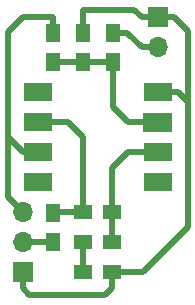
<source format=gbr>
G04 #@! TF.GenerationSoftware,KiCad,Pcbnew,(5.1.4)-1*
G04 #@! TF.CreationDate,2019-10-17T20:34:29+02:00*
G04 #@! TF.ProjectId,hexPre,68657850-7265-42e6-9b69-6361645f7063,rev?*
G04 #@! TF.SameCoordinates,PXc1c960PY54c81a0*
G04 #@! TF.FileFunction,Copper,L1,Top*
G04 #@! TF.FilePolarity,Positive*
%FSLAX46Y46*%
G04 Gerber Fmt 4.6, Leading zero omitted, Abs format (unit mm)*
G04 Created by KiCad (PCBNEW (5.1.4)-1) date 2019-10-17 20:34:29*
%MOMM*%
%LPD*%
G04 APERTURE LIST*
%ADD10O,1.700000X1.700000*%
%ADD11R,1.700000X1.700000*%
%ADD12R,1.250000X1.500000*%
%ADD13R,1.500000X1.250000*%
%ADD14R,2.400000X1.600000*%
%ADD15C,1.600000*%
%ADD16C,0.100000*%
%ADD17C,0.500000*%
G04 APERTURE END LIST*
D10*
X2540000Y8890000D03*
X2540000Y6350000D03*
D11*
X2540000Y3810000D03*
D12*
X5080000Y8870000D03*
X5080000Y6370000D03*
D11*
X13970000Y25400000D03*
D10*
X13970000Y22860000D03*
D12*
X5080000Y24110000D03*
X5080000Y21610000D03*
X7620000Y21610000D03*
X7620000Y24110000D03*
X10160000Y24110000D03*
X10160000Y21610000D03*
D13*
X7635865Y3840359D03*
X10135865Y3840359D03*
X7635865Y6380359D03*
X10135865Y6380359D03*
X10135865Y8920359D03*
X7635865Y8920359D03*
D14*
X13970000Y11430000D03*
X3810000Y19050000D03*
X13970000Y13970000D03*
X3810000Y16510000D03*
D15*
X13970000Y16510000D03*
D16*
G36*
X15170000Y17310000D02*
G01*
X15170000Y15710000D01*
X12770000Y15710000D01*
X12770000Y17310000D01*
X15170000Y17310000D01*
X15170000Y17310000D01*
G37*
D14*
X3810000Y13970000D03*
X13970000Y19050000D03*
X3810000Y11430000D03*
D17*
X7635865Y6380359D02*
X7635865Y3840359D01*
X10135865Y6380359D02*
X10135865Y8920359D01*
X10160000Y21610000D02*
X10160000Y17780000D01*
X10160000Y17780000D02*
X11430000Y16510000D01*
X11430000Y16510000D02*
X13970000Y16510000D01*
X10135865Y12675865D02*
X10135865Y8920359D01*
X13970000Y13970000D02*
X11430000Y13970000D01*
X11430000Y13970000D02*
X10135865Y12675865D01*
X7635865Y8920359D02*
X7635865Y15224135D01*
X6350000Y16510000D02*
X3810000Y16510000D01*
X7635865Y15224135D02*
X6350000Y16510000D01*
X5080000Y21610000D02*
X7620000Y21610000D01*
X10160000Y21610000D02*
X7620000Y21610000D01*
X3810000Y13970000D02*
X2540000Y13970000D01*
X2540000Y13970000D02*
X1270000Y15240000D01*
X12669641Y3840359D02*
X10135865Y3840359D01*
X12700000Y3810000D02*
X12669641Y3840359D01*
X16510000Y7620000D02*
X12700000Y3810000D01*
X16510000Y18210000D02*
X16510000Y7620000D01*
X13970000Y19050000D02*
X15670000Y19050000D01*
X15670000Y19050000D02*
X16510000Y18210000D01*
X1270000Y15240000D02*
X1270000Y24130000D01*
X5090359Y8920359D02*
X5060000Y8890000D01*
X7635865Y8920359D02*
X5090359Y8920359D01*
X10135865Y2515865D02*
X10135865Y3840359D01*
X2560000Y6370000D02*
X2540000Y6350000D01*
X5080000Y6370000D02*
X2560000Y6370000D01*
X2540000Y8890000D02*
X1270000Y10160000D01*
X1270000Y10160000D02*
X1270000Y15240000D01*
X1270000Y24130000D02*
X2540000Y25400000D01*
X2540000Y25400000D02*
X5080000Y25400000D01*
X5080000Y25400000D02*
X5080000Y24110000D01*
X10160000Y24110000D02*
X11410000Y24110000D01*
X12660000Y22860000D02*
X13970000Y22860000D01*
X11410000Y24110000D02*
X12660000Y22860000D01*
X15320000Y25400000D02*
X13970000Y25400000D01*
X16510000Y24210000D02*
X15320000Y25400000D01*
X16510000Y18210000D02*
X16510000Y24210000D01*
X12620000Y25400000D02*
X13970000Y25400000D01*
X11985000Y26035000D02*
X12620000Y25400000D01*
X7620000Y26035000D02*
X11985000Y26035000D01*
X7620000Y24110000D02*
X7620000Y26035000D01*
X3095000Y1905000D02*
X9525000Y1905000D01*
X2540000Y2460000D02*
X3095000Y1905000D01*
X2540000Y3810000D02*
X2540000Y2460000D01*
X9525000Y1905000D02*
X10135865Y2515865D01*
M02*

</source>
